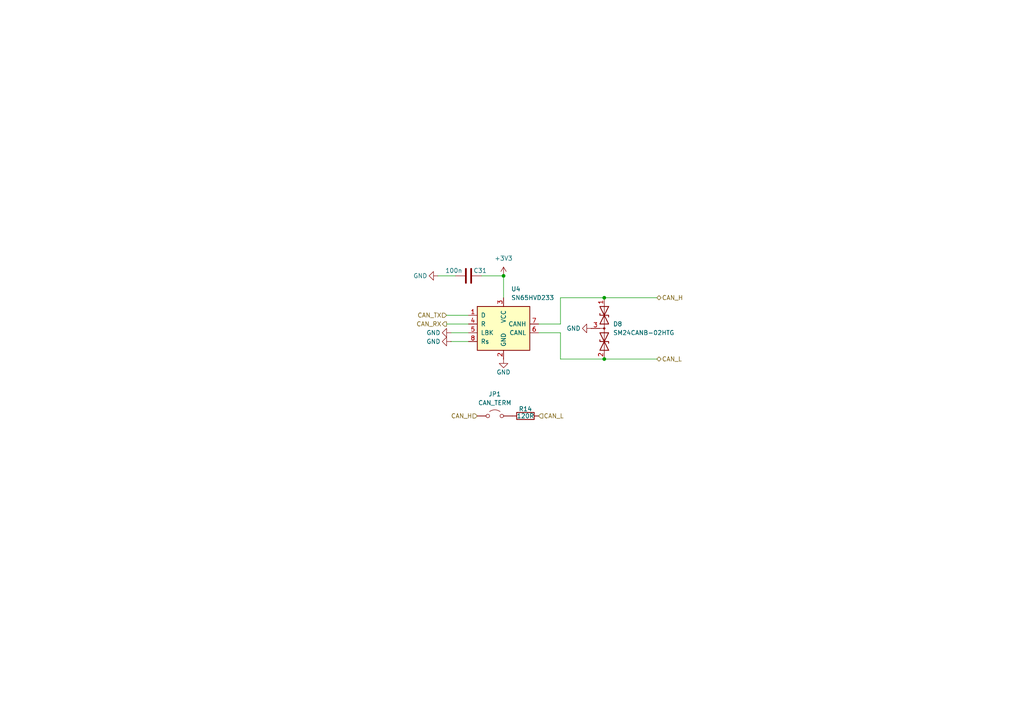
<source format=kicad_sch>
(kicad_sch (version 20231120) (generator "eeschema") (generator_version "8.0")
  (paper "A4")
  (lib_symbols
    (symbol "Device:C" (pin_numbers hide) (pin_names (offset 0.254))
      (property "Reference" "C" (at 0.635 2.54 0))
      (property "Value" "C" (at 0.635 -2.54 0))
      (symbol "C_0_1"
        (polyline (pts (xy -2.032 -0.762) (xy 2.032 -0.762)) (stroke (width 0.508)))
        (polyline (pts (xy -2.032 0.762) (xy 2.032 0.762)) (stroke (width 0.508)))
      )
      (symbol "C_1_1"
        (pin passive line (at 0 3.81 270) (length 2.794) (name "~") (number "1"))
        (pin passive line (at 0 -3.81 90) (length 2.794) (name "~") (number "2"))
      )
    )
    (symbol "Device:D_TVS_Dual_AAC" (pin_names (offset 1.016) hide)
      (property "Reference" "D" (at 0 4.445 0))
      (property "Value" "D_TVS_Dual_AAC" (at 0 2.54 0))
      (symbol "D_TVS_Dual_AAC_0_0"
        (polyline (pts (xy 0 -1.27) (xy 0 0)))
      )
      (symbol "D_TVS_Dual_AAC_0_1"
        (polyline (pts (xy -6.35 0) (xy 6.35 0)))
        (polyline (pts (xy -3.302 1.27) (xy -3.81 1.27) (xy -3.81 -1.27) (xy -4.318 -1.27)) (stroke (width 0.254)))
        (polyline (pts (xy 4.318 1.27) (xy 3.81 1.27) (xy 3.81 -1.27) (xy 3.302 -1.27)) (stroke (width 0.254)))
        (polyline (pts (xy -6.35 1.27) (xy -1.27 -1.27) (xy -1.27 1.27) (xy -6.35 -1.27) (xy -6.35 1.27)) (stroke (width 0.254)))
        (polyline (pts (xy 6.35 1.27) (xy 1.27 -1.27) (xy 1.27 1.27) (xy 6.35 -1.27) (xy 6.35 1.27)) (stroke (width 0.254)))
        (circle (center 0 0) (radius 0.254) (fill (type outline)))
      )
      (symbol "D_TVS_Dual_AAC_1_1"
        (pin passive line (at -8.89 0 0) (length 2.54) (name "A1") (number "1"))
        (pin passive line (at 8.89 0 180) (length 2.54) (name "A2") (number "2"))
        (pin passive line (at 0 -3.81 90) (length 2.54) (name "common") (number "3"))
      )
    )
    (symbol "Device:R" (pin_numbers hide) (pin_names (offset 0))
      (property "Reference" "R" (at 2.032 0 90))
      (property "Value" "R" (at 0 0 90))
      (symbol "R_0_1"
        (rectangle (start -1.016 -2.54) (end 1.016 2.54) (stroke (width 0.254)))
      )
      (symbol "R_1_1"
        (pin passive line (at 0 3.81 270) (length 1.27) (name "~") (number "1"))
        (pin passive line (at 0 -3.81 90) (length 1.27) (name "~") (number "2"))
      )
    )
    (symbol "Interface_CAN_LIN:SN65HVD233" (pin_names (offset 1.016))
      (property "Reference" "U" (at -2.54 10.16 0))
      (property "Value" "SN65HVD233" (at -2.54 7.62 0))
      (symbol "SN65HVD233_0_1"
        (rectangle (start -7.62 5.08) (end 7.62 -7.62) (stroke (width 0.254)) (fill (type background)))
      )
      (symbol "SN65HVD233_1_1"
        (pin input line (at -10.16 2.54 0) (length 2.54) (name "D") (number "1"))
        (pin power_in line (at 0 -10.16 90) (length 2.54) (name "GND") (number "2"))
        (pin power_in line (at 0 7.62 270) (length 2.54) (name "VCC") (number "3"))
        (pin output line (at -10.16 0 0) (length 2.54) (name "R") (number "4"))
        (pin input line (at -10.16 -2.54 0) (length 2.54) (name "LBK") (number "5"))
        (pin bidirectional line (at 10.16 -2.54 180) (length 2.54) (name "CANL") (number "6"))
        (pin bidirectional line (at 10.16 0 180) (length 2.54) (name "CANH") (number "7"))
        (pin input line (at -10.16 -5.08 0) (length 2.54) (name "Rs") (number "8"))
      )
    )
    (symbol "Jumper:Jumper_2_Open" (pin_numbers hide) (pin_names (offset 0) hide) (exclude_from_sim yes)
      (property "Reference" "JP" (at 0 2.794 0))
      (property "Value" "Jumper_2_Open" (at 0 -2.286 0))
      (symbol "Jumper_2_Open_0_0"
        (circle (center -2.032 0) (radius 0.508))
        (circle (center 2.032 0) (radius 0.508))
      )
      (symbol "Jumper_2_Open_0_1"
        (arc (start 1.524 1.27) (mid 0 1.778) (end -1.524 1.27))
      )
      (symbol "Jumper_2_Open_1_1"
        (pin passive line (at -5.08 0 0) (length 2.54) (name "A") (number "1"))
        (pin passive line (at 5.08 0 180) (length 2.54) (name "B") (number "2"))
      )
    )
    (symbol "power:+3V3" (power) (pin_numbers hide) (pin_names (offset 0) hide)
      (property "Value" "+3V3" (at 0 3.556 0))
      (symbol "+3V3_0_1"
        (polyline (pts (xy -0.762 1.27) (xy 0 2.54)))
        (polyline (pts (xy 0 0) (xy 0 2.54)))
        (polyline (pts (xy 0 2.54) (xy 0.762 1.27)))
      )
      (symbol "+3V3_1_1"
        (pin power_in line (at 0 0 90) (length 0) (name "~") (number "1"))
      )
    )
    (symbol "power:GND" (power) (pin_numbers hide) (pin_names (offset 0) hide)
      (property "Value" "GND" (at 0 -3.81 0))
      (symbol "GND_0_1"
        (polyline (pts (xy 0 0) (xy 0 -1.27) (xy 1.27 -1.27) (xy 0 -2.54) (xy -1.27 -1.27) (xy 0 -1.27)))
      )
      (symbol "GND_1_1"
        (pin power_in line (at 0 0 270) (length 0) (name "~") (number "1"))
      )
    )
  )
  (junction (at 146.05 80.01))
  (junction (at 175.26 104.14))
  (junction (at 175.26 86.36))
  (wire (pts (xy 129.54 93.98) (xy 135.89 93.98)))
  (wire (pts (xy 156.21 96.52) (xy 162.56 96.52)))
  (wire (pts (xy 162.56 86.36) (xy 175.26 86.36)))
  (wire (pts (xy 146.05 80.01) (xy 146.05 86.36)))
  (wire (pts (xy 162.56 96.52) (xy 162.56 104.14)))
  (wire (pts (xy 139.7 80.01) (xy 146.05 80.01)))
  (wire (pts (xy 175.26 86.36) (xy 190.5 86.36)))
  (wire (pts (xy 162.56 104.14) (xy 175.26 104.14)))
  (wire (pts (xy 162.56 93.98) (xy 162.56 86.36)))
  (wire (pts (xy 129.54 91.44) (xy 135.89 91.44)))
  (wire (pts (xy 156.21 93.98) (xy 162.56 93.98)))
  (wire (pts (xy 127 80.01) (xy 132.08 80.01)))
  (wire (pts (xy 175.26 104.14) (xy 190.5 104.14)))
  (wire (pts (xy 130.81 99.06) (xy 135.89 99.06)))
  (wire (pts (xy 130.81 96.52) (xy 135.89 96.52)))
  (hierarchical_label "CAN_H" (shape input) (at 138.43 120.65 180))
  (hierarchical_label "CAN_TX" (shape input) (at 129.54 91.44 180))
  (hierarchical_label "CAN_L" (shape bidirectional) (at 190.5 104.14 0))
  (hierarchical_label "CAN_L" (shape input) (at 156.21 120.65 0))
  (hierarchical_label "CAN_RX" (shape output) (at 129.54 93.98 180))
  (hierarchical_label "CAN_H" (shape bidirectional) (at 190.5 86.36 0))
  (symbol (lib_id "power:+3V3") (at 146.05 80.01 0) (unit 1)
    (property "Reference" "#PWR071" (effects (hide yes)))
    (property "Value" "+3V3" (at 146.05 74.93 0))
    (property "Description" "Power symbol creates a global label with name \"+3V3\"" (effects (hide yes)))
    (instances (project "EIM" (path "" (reference "#PWR071") (unit 1)) (path "" (reference "#PWR077") (unit 1))))
  )
  (symbol (lib_id "Jumper:Jumper_2_Open") (at 143.51 120.65 0) (unit 1) (exclude_from_sim yes)
    (property "Reference" "JP1" (at 143.51 114.3 0))
    (property "Value" "CAN_TERM" (at 143.51 116.84 0))
    (property "Footprint" "Jumper:SolderJumper-2_P1.3mm_Open_RoundedPad1.0x1.5mm" (effects (hide yes)))
    (property "Description" "Jumper, 2-pole, open" (effects (hide yes)))
    (instances (project "EIM" (path "" (reference "JP1") (unit 1)) (path "" (reference "JP2") (unit 1))))
  )
  (symbol (lib_id "Device:R") (at 152.4 120.65 90) (unit 1)
    (property "Reference" "R14" (at 152.4 118.618 90))
    (property "Value" "120R" (at 152.4 120.65 90))
    (property "Footprint" "Resistor_SMD:R_0805_2012Metric_Pad1.20x1.40mm_HandSolder" (effects (hide yes)))
    (property "Description" "Resistor" (effects (hide yes)))
    (instances (project "EIM" (path "" (reference "R14") (unit 1)) (path "" (reference "R15") (unit 1))))
  )
  (symbol (lib_id "power:GND") (at 171.45 95.25 270) (unit 1)
    (property "Reference" "#PWR073" (effects (hide yes)))
    (property "Value" "GND" (at 168.402 95.25 90) (effects (justify right)))
    (property "Description" "Power symbol creates a global label with name \"GND\" , ground" (effects (hide yes)))
    (instances (project "EIM" (path "" (reference "#PWR073") (unit 1)) (path "" (reference "#PWR079") (unit 1))))
  )
  (symbol (lib_id "Device:D_TVS_Dual_AAC") (at 175.26 95.25 270) (unit 1)
    (property "Reference" "D8" (at 177.8 93.9799 90) (effects (justify left)))
    (property "Value" "SM24CANB-02HTG" (at 177.8 96.5199 90) (effects (justify left)))
    (property "Footprint" "Package_TO_SOT_SMD:SOT-23-3" (effects (hide yes)))
    (property "Description" "Bidirectional dual transient-voltage-suppression diode, center on pin 3" (effects (hide yes)))
    (instances (project "EIM" (path "" (reference "D8") (unit 1)) (path "" (reference "D9") (unit 1))))
  )
  (symbol (lib_id "Device:C") (at 135.89 80.01 90) (unit 1)
    (property "Reference" "C31" (at 141.224 78.486 90) (effects (justify left)))
    (property "Value" "100n" (at 134.112 78.486 90) (effects (justify left)))
    (property "Footprint" "Capacitor_SMD:C_0805_2012Metric_Pad1.18x1.45mm_HandSolder" (effects (hide yes)))
    (property "Description" "Unpolarized capacitor" (effects (hide yes)))
    (instances (project "EIM" (path "" (reference "C31") (unit 1)) (path "" (reference "C32") (unit 1))))
  )
  (symbol (lib_id "power:GND") (at 146.05 104.14 0) (unit 1)
    (property "Reference" "#PWR072" (effects (hide yes)))
    (property "Value" "GND" (at 148.082 107.95 0) (effects (justify right)))
    (property "Description" "Power symbol creates a global label with name \"GND\" , ground" (effects (hide yes)))
    (instances (project "EIM" (path "" (reference "#PWR072") (unit 1)) (path "" (reference "#PWR078") (unit 1))))
  )
  (symbol (lib_id "power:GND") (at 130.81 96.52 270) (unit 1)
    (property "Reference" "#PWR069" (effects (hide yes)))
    (property "Value" "GND" (at 127.762 96.52 90) (effects (justify right)))
    (property "Description" "Power symbol creates a global label with name \"GND\" , ground" (effects (hide yes)))
    (instances (project "EIM" (path "" (reference "#PWR069") (unit 1)) (path "" (reference "#PWR075") (unit 1))))
  )
  (symbol (lib_id "power:GND") (at 130.81 99.06 270) (unit 1)
    (property "Reference" "#PWR070" (effects (hide yes)))
    (property "Value" "GND" (at 127.762 99.06 90) (effects (justify right)))
    (property "Description" "Power symbol creates a global label with name \"GND\" , ground" (effects (hide yes)))
    (instances (project "EIM" (path "" (reference "#PWR070") (unit 1)) (path "" (reference "#PWR076") (unit 1))))
  )
  (symbol (lib_id "power:GND") (at 127 80.01 270) (unit 1)
    (property "Reference" "#PWR068" (effects (hide yes)))
    (property "Value" "GND" (at 123.952 80.01 90) (effects (justify right)))
    (property "Description" "Power symbol creates a global label with name \"GND\" , ground" (effects (hide yes)))
    (instances (project "EIM" (path "" (reference "#PWR068") (unit 1)) (path "" (reference "#PWR074") (unit 1))))
  )
  (symbol (lib_id "Interface_CAN_LIN:SN65HVD233") (at 146.05 93.98 0) (unit 1)
    (property "Reference" "U4" (at 148.2441 83.82 0) (effects (justify left)))
    (property "Value" "SN65HVD233" (at 148.2441 86.36 0) (effects (justify left)))
    (property "Footprint" "Package_SO:SOIC-8_3.9x4.9mm_P1.27mm" (effects (hide yes)))
    (property "Datasheet" "http://www.ti.com/lit/ds/symlink/sn65hvd234.pdf" (effects (hide yes)))
    (property "Description" "CAN Bus Transceiver, 3.3V, 1Mbps, Loopback feature, SOIC-8" (effects (hide yes)))
    (instances (project "EIM" (path "" (reference "U4") (unit 1)) (path "" (reference "U5") (unit 1))))
  )
)
</source>
